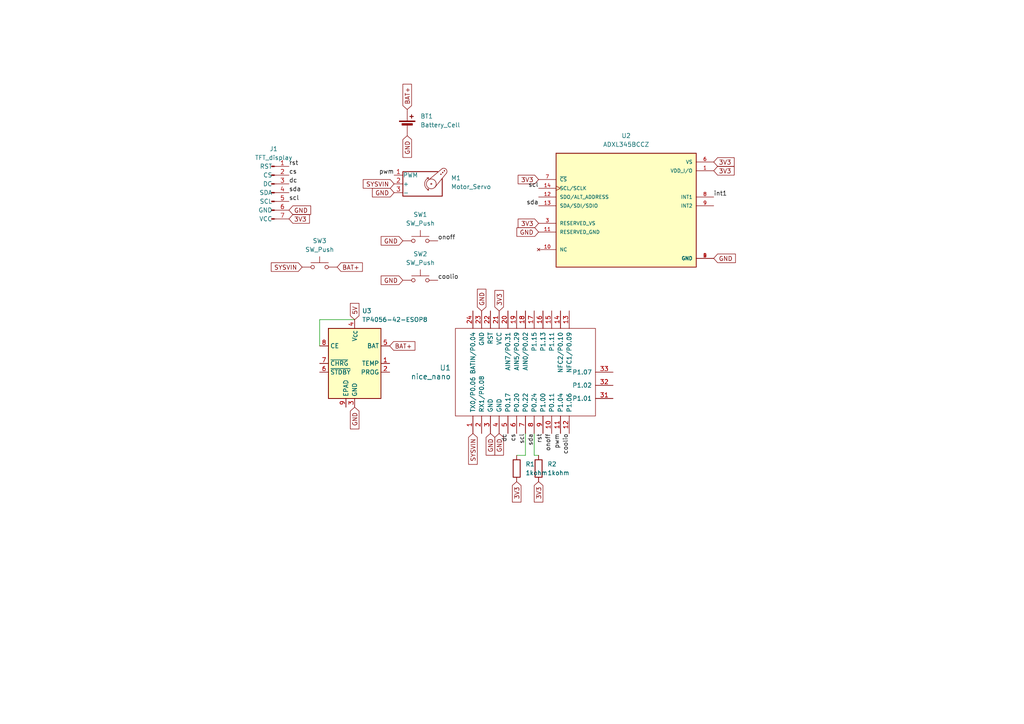
<source format=kicad_sch>
(kicad_sch
	(version 20250114)
	(generator "eeschema")
	(generator_version "9.0")
	(uuid "2f93b166-1359-4425-901d-195d5a9c53d9")
	(paper "A4")
	(lib_symbols
		(symbol "ADXL345BCCZ[1]:ADXL345BCCZ"
			(pin_names
				(offset 1.016)
			)
			(exclude_from_sim no)
			(in_bom yes)
			(on_board yes)
			(property "Reference" "U"
				(at -20.32 15.748 0)
				(effects
					(font
						(size 1.27 1.27)
					)
					(justify left bottom)
				)
			)
			(property "Value" "ADXL345BCCZ"
				(at -20.32 -20.32 0)
				(effects
					(font
						(size 1.27 1.27)
					)
					(justify left bottom)
				)
			)
			(property "Footprint" "ADXL345BCCZ:IC_ADXL345BCCZ"
				(at 0 0 0)
				(effects
					(font
						(size 1.27 1.27)
					)
					(justify bottom)
					(hide yes)
				)
			)
			(property "Datasheet" ""
				(at 0 0 0)
				(effects
					(font
						(size 1.27 1.27)
					)
					(hide yes)
				)
			)
			(property "Description" ""
				(at 0 0 0)
				(effects
					(font
						(size 1.27 1.27)
					)
					(hide yes)
				)
			)
			(property "MF" "Analog Devices"
				(at 0 0 0)
				(effects
					(font
						(size 1.27 1.27)
					)
					(justify bottom)
					(hide yes)
				)
			)
			(property "MAXIMUM_PACKAGE_HEIGHT" "1.00mm"
				(at 0 0 0)
				(effects
					(font
						(size 1.27 1.27)
					)
					(justify bottom)
					(hide yes)
				)
			)
			(property "Package" "LGA -14 Analog Devices"
				(at 0 0 0)
				(effects
					(font
						(size 1.27 1.27)
					)
					(justify bottom)
					(hide yes)
				)
			)
			(property "Price" "None"
				(at 0 0 0)
				(effects
					(font
						(size 1.27 1.27)
					)
					(justify bottom)
					(hide yes)
				)
			)
			(property "Check_prices" "https://www.snapeda.com/parts/ADXL345BCCZ/Analog+Devices/view-part/?ref=eda"
				(at 0 0 0)
				(effects
					(font
						(size 1.27 1.27)
					)
					(justify bottom)
					(hide yes)
				)
			)
			(property "STANDARD" "Manufacturer recommendations"
				(at 0 0 0)
				(effects
					(font
						(size 1.27 1.27)
					)
					(justify bottom)
					(hide yes)
				)
			)
			(property "PARTREV" "G"
				(at 0 0 0)
				(effects
					(font
						(size 1.27 1.27)
					)
					(justify bottom)
					(hide yes)
				)
			)
			(property "SnapEDA_Link" "https://www.snapeda.com/parts/ADXL345BCCZ/Analog+Devices/view-part/?ref=snap"
				(at 0 0 0)
				(effects
					(font
						(size 1.27 1.27)
					)
					(justify bottom)
					(hide yes)
				)
			)
			(property "MP" "ADXL345BCCZ"
				(at 0 0 0)
				(effects
					(font
						(size 1.27 1.27)
					)
					(justify bottom)
					(hide yes)
				)
			)
			(property "Description_1" "3-Axis, ±2 g/±4 g/±8 g/±16 g Digital Accelerometer"
				(at 0 0 0)
				(effects
					(font
						(size 1.27 1.27)
					)
					(justify bottom)
					(hide yes)
				)
			)
			(property "MANUFACTURER" "Analog Devices"
				(at 0 0 0)
				(effects
					(font
						(size 1.27 1.27)
					)
					(justify bottom)
					(hide yes)
				)
			)
			(property "Availability" "In Stock"
				(at 0 0 0)
				(effects
					(font
						(size 1.27 1.27)
					)
					(justify bottom)
					(hide yes)
				)
			)
			(property "SNAPEDA_PN" "ADXL345BCCZ"
				(at 0 0 0)
				(effects
					(font
						(size 1.27 1.27)
					)
					(justify bottom)
					(hide yes)
				)
			)
			(symbol "ADXL345BCCZ_0_0"
				(rectangle
					(start -20.32 -17.78)
					(end 20.32 15.24)
					(stroke
						(width 0.254)
						(type default)
					)
					(fill
						(type background)
					)
				)
				(pin input line
					(at -25.4 7.62 0)
					(length 5.08)
					(name "~{CS}"
						(effects
							(font
								(size 1.016 1.016)
							)
						)
					)
					(number "7"
						(effects
							(font
								(size 1.016 1.016)
							)
						)
					)
				)
				(pin input clock
					(at -25.4 5.08 0)
					(length 5.08)
					(name "SCL/SCLK"
						(effects
							(font
								(size 1.016 1.016)
							)
						)
					)
					(number "14"
						(effects
							(font
								(size 1.016 1.016)
							)
						)
					)
				)
				(pin bidirectional line
					(at -25.4 2.54 0)
					(length 5.08)
					(name "SDO/ALT_ADDRESS"
						(effects
							(font
								(size 1.016 1.016)
							)
						)
					)
					(number "12"
						(effects
							(font
								(size 1.016 1.016)
							)
						)
					)
				)
				(pin bidirectional line
					(at -25.4 0 0)
					(length 5.08)
					(name "SDA/SDI/SDIO"
						(effects
							(font
								(size 1.016 1.016)
							)
						)
					)
					(number "13"
						(effects
							(font
								(size 1.016 1.016)
							)
						)
					)
				)
				(pin passive line
					(at -25.4 -5.08 0)
					(length 5.08)
					(name "RESERVED_VS"
						(effects
							(font
								(size 1.016 1.016)
							)
						)
					)
					(number "3"
						(effects
							(font
								(size 1.016 1.016)
							)
						)
					)
				)
				(pin passive line
					(at -25.4 -7.62 0)
					(length 5.08)
					(name "RESERVED_GND"
						(effects
							(font
								(size 1.016 1.016)
							)
						)
					)
					(number "11"
						(effects
							(font
								(size 1.016 1.016)
							)
						)
					)
				)
				(pin no_connect line
					(at -25.4 -12.7 0)
					(length 5.08)
					(name "NC"
						(effects
							(font
								(size 1.016 1.016)
							)
						)
					)
					(number "10"
						(effects
							(font
								(size 1.016 1.016)
							)
						)
					)
				)
				(pin power_in line
					(at 25.4 12.7 180)
					(length 5.08)
					(name "VS"
						(effects
							(font
								(size 1.016 1.016)
							)
						)
					)
					(number "6"
						(effects
							(font
								(size 1.016 1.016)
							)
						)
					)
				)
				(pin power_in line
					(at 25.4 10.16 180)
					(length 5.08)
					(name "VDD_I/O"
						(effects
							(font
								(size 1.016 1.016)
							)
						)
					)
					(number "1"
						(effects
							(font
								(size 1.016 1.016)
							)
						)
					)
				)
				(pin output line
					(at 25.4 2.54 180)
					(length 5.08)
					(name "INT1"
						(effects
							(font
								(size 1.016 1.016)
							)
						)
					)
					(number "8"
						(effects
							(font
								(size 1.016 1.016)
							)
						)
					)
				)
				(pin output line
					(at 25.4 0 180)
					(length 5.08)
					(name "INT2"
						(effects
							(font
								(size 1.016 1.016)
							)
						)
					)
					(number "9"
						(effects
							(font
								(size 1.016 1.016)
							)
						)
					)
				)
				(pin power_in line
					(at 25.4 -15.24 180)
					(length 5.08)
					(name "GND"
						(effects
							(font
								(size 1.016 1.016)
							)
						)
					)
					(number "2"
						(effects
							(font
								(size 1.016 1.016)
							)
						)
					)
				)
				(pin power_in line
					(at 25.4 -15.24 180)
					(length 5.08)
					(name "GND"
						(effects
							(font
								(size 1.016 1.016)
							)
						)
					)
					(number "4"
						(effects
							(font
								(size 1.016 1.016)
							)
						)
					)
				)
				(pin power_in line
					(at 25.4 -15.24 180)
					(length 5.08)
					(name "GND"
						(effects
							(font
								(size 1.016 1.016)
							)
						)
					)
					(number "5"
						(effects
							(font
								(size 1.016 1.016)
							)
						)
					)
				)
			)
			(embedded_fonts no)
		)
		(symbol "Battery_Management:TP4056-42-ESOP8"
			(exclude_from_sim no)
			(in_bom yes)
			(on_board yes)
			(property "Reference" "U"
				(at -6.604 11.684 0)
				(effects
					(font
						(size 1.27 1.27)
					)
				)
			)
			(property "Value" "TP4056-42-ESOP8"
				(at 10.16 11.684 0)
				(effects
					(font
						(size 1.27 1.27)
					)
				)
			)
			(property "Footprint" "Package_SO:SOIC-8-1EP_3.9x4.9mm_P1.27mm_EP2.41x3.3mm_ThermalVias"
				(at 0.508 -22.86 0)
				(effects
					(font
						(size 1.27 1.27)
					)
					(hide yes)
				)
			)
			(property "Datasheet" "https://www.lcsc.com/datasheet/lcsc_datasheet_2410121619_TOPPOWER-Nanjing-Extension-Microelectronics-TP4056-42-ESOP8_C16581.pdf"
				(at 0 -25.4 0)
				(effects
					(font
						(size 1.27 1.27)
					)
					(hide yes)
				)
			)
			(property "Description" "1A Standalone Linear Li-ion/LiPo single-cell battery charger, 4.2V ±1% charge voltage, VCC = 4.0..8.0V, SOIC-8 (SOP-8)"
				(at 0.508 -20.32 0)
				(effects
					(font
						(size 1.27 1.27)
					)
					(hide yes)
				)
			)
			(property "ki_keywords" "lithium-ion lithium-polymer Li-Poly"
				(at 0 0 0)
				(effects
					(font
						(size 1.27 1.27)
					)
					(hide yes)
				)
			)
			(property "ki_fp_filters" "*SO*3.9x4.*P1.27mm*EP2.4*x3.3*mm*"
				(at 0 0 0)
				(effects
					(font
						(size 1.27 1.27)
					)
					(hide yes)
				)
			)
			(symbol "TP4056-42-ESOP8_1_0"
				(pin input line
					(at -10.16 5.08 0)
					(length 2.54)
					(name "CE"
						(effects
							(font
								(size 1.27 1.27)
							)
						)
					)
					(number "8"
						(effects
							(font
								(size 1.27 1.27)
							)
						)
					)
				)
				(pin open_collector line
					(at -10.16 0 0)
					(length 2.54)
					(name "~{CHRG}"
						(effects
							(font
								(size 1.27 1.27)
							)
						)
					)
					(number "7"
						(effects
							(font
								(size 1.27 1.27)
							)
						)
					)
				)
				(pin open_collector line
					(at -10.16 -2.54 0)
					(length 2.54)
					(name "~{STDBY}"
						(effects
							(font
								(size 1.27 1.27)
							)
						)
					)
					(number "6"
						(effects
							(font
								(size 1.27 1.27)
							)
						)
					)
				)
				(pin passive line
					(at -2.54 -12.7 90)
					(length 2.54)
					(name "EPAD"
						(effects
							(font
								(size 1.27 1.27)
							)
						)
					)
					(number "9"
						(effects
							(font
								(size 1.27 1.27)
							)
						)
					)
				)
				(pin power_in line
					(at 0 12.7 270)
					(length 2.54)
					(name "V_{CC}"
						(effects
							(font
								(size 1.27 1.27)
							)
						)
					)
					(number "4"
						(effects
							(font
								(size 1.27 1.27)
							)
						)
					)
				)
				(pin power_in line
					(at 0 -12.7 90)
					(length 2.54)
					(name "GND"
						(effects
							(font
								(size 1.27 1.27)
							)
						)
					)
					(number "3"
						(effects
							(font
								(size 1.27 1.27)
							)
						)
					)
				)
				(pin power_out line
					(at 10.16 5.08 180)
					(length 2.54)
					(name "BAT"
						(effects
							(font
								(size 1.27 1.27)
							)
						)
					)
					(number "5"
						(effects
							(font
								(size 1.27 1.27)
							)
						)
					)
				)
				(pin input line
					(at 10.16 0 180)
					(length 2.54)
					(name "TEMP"
						(effects
							(font
								(size 1.27 1.27)
							)
						)
					)
					(number "1"
						(effects
							(font
								(size 1.27 1.27)
							)
						)
					)
				)
				(pin passive line
					(at 10.16 -2.54 180)
					(length 2.54)
					(name "PROG"
						(effects
							(font
								(size 1.27 1.27)
							)
						)
					)
					(number "2"
						(effects
							(font
								(size 1.27 1.27)
							)
						)
					)
				)
			)
			(symbol "TP4056-42-ESOP8_1_1"
				(rectangle
					(start -7.62 10.16)
					(end 7.62 -10.16)
					(stroke
						(width 0.254)
						(type default)
					)
					(fill
						(type background)
					)
				)
			)
			(embedded_fonts no)
		)
		(symbol "Connector:Conn_01x07_Pin"
			(pin_names
				(offset 1.016)
			)
			(exclude_from_sim no)
			(in_bom yes)
			(on_board yes)
			(property "Reference" "J1"
				(at 0.635 12.7 0)
				(effects
					(font
						(size 1.27 1.27)
					)
				)
			)
			(property "Value" "TFT_display"
				(at 0.635 10.16 0)
				(effects
					(font
						(size 1.27 1.27)
					)
				)
			)
			(property "Footprint" ""
				(at 0 0 0)
				(effects
					(font
						(size 1.27 1.27)
					)
					(hide yes)
				)
			)
			(property "Datasheet" "~"
				(at 0 0 0)
				(effects
					(font
						(size 1.27 1.27)
					)
					(hide yes)
				)
			)
			(property "Description" "Generic connector, single row, 01x07, script generated"
				(at 0 0 0)
				(effects
					(font
						(size 1.27 1.27)
					)
					(hide yes)
				)
			)
			(property "ki_keywords" "connector"
				(at 0 0 0)
				(effects
					(font
						(size 1.27 1.27)
					)
					(hide yes)
				)
			)
			(property "ki_fp_filters" "Connector*:*_1x??_*"
				(at 0 0 0)
				(effects
					(font
						(size 1.27 1.27)
					)
					(hide yes)
				)
			)
			(symbol "Conn_01x07_Pin_1_1"
				(rectangle
					(start 0 7.747)
					(end 0.8636 7.493)
					(stroke
						(width 0.1524)
						(type default)
					)
					(fill
						(type outline)
					)
				)
				(rectangle
					(start 0 5.207)
					(end 0.8636 4.953)
					(stroke
						(width 0.1524)
						(type default)
					)
					(fill
						(type outline)
					)
				)
				(rectangle
					(start 0.8636 2.667)
					(end 0 2.413)
					(stroke
						(width 0.1524)
						(type default)
					)
					(fill
						(type outline)
					)
				)
				(rectangle
					(start 0.8636 0.127)
					(end 0 -0.127)
					(stroke
						(width 0.1524)
						(type default)
					)
					(fill
						(type outline)
					)
				)
				(rectangle
					(start 0.8636 -2.413)
					(end 0 -2.667)
					(stroke
						(width 0.1524)
						(type default)
					)
					(fill
						(type outline)
					)
				)
				(rectangle
					(start 0.8636 -4.953)
					(end 0 -5.207)
					(stroke
						(width 0.1524)
						(type default)
					)
					(fill
						(type outline)
					)
				)
				(rectangle
					(start 0.8636 -7.493)
					(end 0 -7.747)
					(stroke
						(width 0.1524)
						(type default)
					)
					(fill
						(type outline)
					)
				)
				(polyline
					(pts
						(xy 1.27 7.62) (xy 0.8636 7.62)
					)
					(stroke
						(width 0.1524)
						(type default)
					)
					(fill
						(type none)
					)
				)
				(polyline
					(pts
						(xy 1.27 5.08) (xy 0.8636 5.08)
					)
					(stroke
						(width 0.1524)
						(type default)
					)
					(fill
						(type none)
					)
				)
				(polyline
					(pts
						(xy 1.27 2.54) (xy 0.8636 2.54)
					)
					(stroke
						(width 0.1524)
						(type default)
					)
					(fill
						(type none)
					)
				)
				(polyline
					(pts
						(xy 1.27 0) (xy 0.8636 0)
					)
					(stroke
						(width 0.1524)
						(type default)
					)
					(fill
						(type none)
					)
				)
				(polyline
					(pts
						(xy 1.27 -2.54) (xy 0.8636 -2.54)
					)
					(stroke
						(width 0.1524)
						(type default)
					)
					(fill
						(type none)
					)
				)
				(polyline
					(pts
						(xy 1.27 -5.08) (xy 0.8636 -5.08)
					)
					(stroke
						(width 0.1524)
						(type default)
					)
					(fill
						(type none)
					)
				)
				(polyline
					(pts
						(xy 1.27 -7.62) (xy 0.8636 -7.62)
					)
					(stroke
						(width 0.1524)
						(type default)
					)
					(fill
						(type none)
					)
				)
				(pin passive line
					(at 5.08 7.62 180)
					(length 3.81)
					(name "RST"
						(effects
							(font
								(size 1.27 1.27)
							)
						)
					)
					(number "1"
						(effects
							(font
								(size 1.27 1.27)
							)
						)
					)
				)
				(pin passive line
					(at 5.08 5.08 180)
					(length 3.81)
					(name "CS"
						(effects
							(font
								(size 1.27 1.27)
							)
						)
					)
					(number "2"
						(effects
							(font
								(size 1.27 1.27)
							)
						)
					)
				)
				(pin passive line
					(at 5.08 2.54 180)
					(length 3.81)
					(name "DC"
						(effects
							(font
								(size 1.27 1.27)
							)
						)
					)
					(number "3"
						(effects
							(font
								(size 1.27 1.27)
							)
						)
					)
				)
				(pin passive line
					(at 5.08 0 180)
					(length 3.81)
					(name "SDA"
						(effects
							(font
								(size 1.27 1.27)
							)
						)
					)
					(number "4"
						(effects
							(font
								(size 1.27 1.27)
							)
						)
					)
				)
				(pin passive line
					(at 5.08 -2.54 180)
					(length 3.81)
					(name "SCL"
						(effects
							(font
								(size 1.27 1.27)
							)
						)
					)
					(number "5"
						(effects
							(font
								(size 1.27 1.27)
							)
						)
					)
				)
				(pin passive line
					(at 5.08 -5.08 180)
					(length 3.81)
					(name "GND"
						(effects
							(font
								(size 1.27 1.27)
							)
						)
					)
					(number "6"
						(effects
							(font
								(size 1.27 1.27)
							)
						)
					)
				)
				(pin passive line
					(at 5.08 -7.62 180)
					(length 3.81)
					(name "VCC"
						(effects
							(font
								(size 1.27 1.27)
							)
						)
					)
					(number "7"
						(effects
							(font
								(size 1.27 1.27)
							)
						)
					)
				)
			)
			(embedded_fonts no)
		)
		(symbol "Device:Battery_Cell"
			(pin_numbers
				(hide yes)
			)
			(pin_names
				(offset 0)
				(hide yes)
			)
			(exclude_from_sim no)
			(in_bom yes)
			(on_board yes)
			(property "Reference" "BT"
				(at 2.54 2.54 0)
				(effects
					(font
						(size 1.27 1.27)
					)
					(justify left)
				)
			)
			(property "Value" "Battery_Cell"
				(at 2.54 0 0)
				(effects
					(font
						(size 1.27 1.27)
					)
					(justify left)
				)
			)
			(property "Footprint" ""
				(at 0 1.524 90)
				(effects
					(font
						(size 1.27 1.27)
					)
					(hide yes)
				)
			)
			(property "Datasheet" "~"
				(at 0 1.524 90)
				(effects
					(font
						(size 1.27 1.27)
					)
					(hide yes)
				)
			)
			(property "Description" "Single-cell battery"
				(at 0 0 0)
				(effects
					(font
						(size 1.27 1.27)
					)
					(hide yes)
				)
			)
			(property "ki_keywords" "battery cell"
				(at 0 0 0)
				(effects
					(font
						(size 1.27 1.27)
					)
					(hide yes)
				)
			)
			(symbol "Battery_Cell_0_1"
				(rectangle
					(start -2.286 1.778)
					(end 2.286 1.524)
					(stroke
						(width 0)
						(type default)
					)
					(fill
						(type outline)
					)
				)
				(rectangle
					(start -1.524 1.016)
					(end 1.524 0.508)
					(stroke
						(width 0)
						(type default)
					)
					(fill
						(type outline)
					)
				)
				(polyline
					(pts
						(xy 0 1.778) (xy 0 2.54)
					)
					(stroke
						(width 0)
						(type default)
					)
					(fill
						(type none)
					)
				)
				(polyline
					(pts
						(xy 0 0.762) (xy 0 0)
					)
					(stroke
						(width 0)
						(type default)
					)
					(fill
						(type none)
					)
				)
				(polyline
					(pts
						(xy 0.762 3.048) (xy 1.778 3.048)
					)
					(stroke
						(width 0.254)
						(type default)
					)
					(fill
						(type none)
					)
				)
				(polyline
					(pts
						(xy 1.27 3.556) (xy 1.27 2.54)
					)
					(stroke
						(width 0.254)
						(type default)
					)
					(fill
						(type none)
					)
				)
			)
			(symbol "Battery_Cell_1_1"
				(pin passive line
					(at 0 5.08 270)
					(length 2.54)
					(name "+"
						(effects
							(font
								(size 1.27 1.27)
							)
						)
					)
					(number "1"
						(effects
							(font
								(size 1.27 1.27)
							)
						)
					)
				)
				(pin passive line
					(at 0 -2.54 90)
					(length 2.54)
					(name "-"
						(effects
							(font
								(size 1.27 1.27)
							)
						)
					)
					(number "2"
						(effects
							(font
								(size 1.27 1.27)
							)
						)
					)
				)
			)
			(embedded_fonts no)
		)
		(symbol "Device:R"
			(pin_numbers
				(hide yes)
			)
			(pin_names
				(offset 0)
			)
			(exclude_from_sim no)
			(in_bom yes)
			(on_board yes)
			(property "Reference" "R"
				(at 2.032 0 90)
				(effects
					(font
						(size 1.27 1.27)
					)
				)
			)
			(property "Value" "R"
				(at 0 0 90)
				(effects
					(font
						(size 1.27 1.27)
					)
				)
			)
			(property "Footprint" ""
				(at -1.778 0 90)
				(effects
					(font
						(size 1.27 1.27)
					)
					(hide yes)
				)
			)
			(property "Datasheet" "~"
				(at 0 0 0)
				(effects
					(font
						(size 1.27 1.27)
					)
					(hide yes)
				)
			)
			(property "Description" "Resistor"
				(at 0 0 0)
				(effects
					(font
						(size 1.27 1.27)
					)
					(hide yes)
				)
			)
			(property "ki_keywords" "R res resistor"
				(at 0 0 0)
				(effects
					(font
						(size 1.27 1.27)
					)
					(hide yes)
				)
			)
			(property "ki_fp_filters" "R_*"
				(at 0 0 0)
				(effects
					(font
						(size 1.27 1.27)
					)
					(hide yes)
				)
			)
			(symbol "R_0_1"
				(rectangle
					(start -1.016 -2.54)
					(end 1.016 2.54)
					(stroke
						(width 0.254)
						(type default)
					)
					(fill
						(type none)
					)
				)
			)
			(symbol "R_1_1"
				(pin passive line
					(at 0 3.81 270)
					(length 1.27)
					(name "~"
						(effects
							(font
								(size 1.27 1.27)
							)
						)
					)
					(number "1"
						(effects
							(font
								(size 1.27 1.27)
							)
						)
					)
				)
				(pin passive line
					(at 0 -3.81 90)
					(length 1.27)
					(name "~"
						(effects
							(font
								(size 1.27 1.27)
							)
						)
					)
					(number "2"
						(effects
							(font
								(size 1.27 1.27)
							)
						)
					)
				)
			)
			(embedded_fonts no)
		)
		(symbol "Motor:Motor_Servo"
			(pin_names
				(offset 0.0254)
			)
			(exclude_from_sim no)
			(in_bom yes)
			(on_board yes)
			(property "Reference" "M"
				(at -5.08 4.445 0)
				(effects
					(font
						(size 1.27 1.27)
					)
					(justify left)
				)
			)
			(property "Value" "Motor_Servo"
				(at -5.08 -4.064 0)
				(effects
					(font
						(size 1.27 1.27)
					)
					(justify left top)
				)
			)
			(property "Footprint" ""
				(at 0 -4.826 0)
				(effects
					(font
						(size 1.27 1.27)
					)
					(hide yes)
				)
			)
			(property "Datasheet" "http://forums.parallax.com/uploads/attachments/46831/74481.png"
				(at 0 -4.826 0)
				(effects
					(font
						(size 1.27 1.27)
					)
					(hide yes)
				)
			)
			(property "Description" "Servo Motor (Futaba, HiTec, JR connector)"
				(at 0 0 0)
				(effects
					(font
						(size 1.27 1.27)
					)
					(hide yes)
				)
			)
			(property "ki_keywords" "Servo Motor"
				(at 0 0 0)
				(effects
					(font
						(size 1.27 1.27)
					)
					(hide yes)
				)
			)
			(property "ki_fp_filters" "PinHeader*P2.54mm*"
				(at 0 0 0)
				(effects
					(font
						(size 1.27 1.27)
					)
					(hide yes)
				)
			)
			(symbol "Motor_Servo_0_1"
				(polyline
					(pts
						(xy 2.413 1.778) (xy 1.905 1.778)
					)
					(stroke
						(width 0)
						(type default)
					)
					(fill
						(type none)
					)
				)
				(polyline
					(pts
						(xy 2.413 1.778) (xy 2.286 1.397)
					)
					(stroke
						(width 0)
						(type default)
					)
					(fill
						(type none)
					)
				)
				(polyline
					(pts
						(xy 2.413 -1.778) (xy 2.032 -1.778)
					)
					(stroke
						(width 0)
						(type default)
					)
					(fill
						(type none)
					)
				)
				(polyline
					(pts
						(xy 2.413 -1.778) (xy 2.286 -1.397)
					)
					(stroke
						(width 0)
						(type default)
					)
					(fill
						(type none)
					)
				)
				(arc
					(start 2.413 -1.778)
					(mid 1.2406 0)
					(end 2.413 1.778)
					(stroke
						(width 0)
						(type default)
					)
					(fill
						(type none)
					)
				)
				(circle
					(center 3.175 0)
					(radius 0.1778)
					(stroke
						(width 0)
						(type default)
					)
					(fill
						(type none)
					)
				)
				(circle
					(center 3.175 0)
					(radius 1.4224)
					(stroke
						(width 0)
						(type default)
					)
					(fill
						(type none)
					)
				)
				(polyline
					(pts
						(xy 5.08 3.556) (xy -5.08 3.556) (xy -5.08 -3.556) (xy 6.35 -3.556) (xy 6.35 1.524)
					)
					(stroke
						(width 0.254)
						(type default)
					)
					(fill
						(type none)
					)
				)
				(circle
					(center 5.969 2.794)
					(radius 0.127)
					(stroke
						(width 0)
						(type default)
					)
					(fill
						(type none)
					)
				)
				(polyline
					(pts
						(xy 6.35 4.445) (xy 2.54 1.27)
					)
					(stroke
						(width 0)
						(type default)
					)
					(fill
						(type none)
					)
				)
				(circle
					(center 6.477 3.302)
					(radius 0.127)
					(stroke
						(width 0)
						(type default)
					)
					(fill
						(type none)
					)
				)
				(arc
					(start 6.35 4.445)
					(mid 7.4487 4.2737)
					(end 7.62 3.175)
					(stroke
						(width 0)
						(type default)
					)
					(fill
						(type none)
					)
				)
				(circle
					(center 6.985 3.81)
					(radius 0.127)
					(stroke
						(width 0)
						(type default)
					)
					(fill
						(type none)
					)
				)
				(polyline
					(pts
						(xy 7.62 3.175) (xy 4.191 -1.016)
					)
					(stroke
						(width 0)
						(type default)
					)
					(fill
						(type none)
					)
				)
			)
			(symbol "Motor_Servo_1_1"
				(pin passive line
					(at -7.62 2.54 0)
					(length 2.54)
					(name "PWM"
						(effects
							(font
								(size 1.27 1.27)
							)
						)
					)
					(number "1"
						(effects
							(font
								(size 1.27 1.27)
							)
						)
					)
				)
				(pin passive line
					(at -7.62 0 0)
					(length 2.54)
					(name "+"
						(effects
							(font
								(size 1.27 1.27)
							)
						)
					)
					(number "2"
						(effects
							(font
								(size 1.27 1.27)
							)
						)
					)
				)
				(pin passive line
					(at -7.62 -2.54 0)
					(length 2.54)
					(name "-"
						(effects
							(font
								(size 1.27 1.27)
							)
						)
					)
					(number "3"
						(effects
							(font
								(size 1.27 1.27)
							)
						)
					)
				)
			)
			(embedded_fonts no)
		)
		(symbol "Switch:SW_Push"
			(pin_numbers
				(hide yes)
			)
			(pin_names
				(offset 1.016)
				(hide yes)
			)
			(exclude_from_sim no)
			(in_bom yes)
			(on_board yes)
			(property "Reference" "SW"
				(at 1.27 2.54 0)
				(effects
					(font
						(size 1.27 1.27)
					)
					(justify left)
				)
			)
			(property "Value" "SW_Push"
				(at 0 -1.524 0)
				(effects
					(font
						(size 1.27 1.27)
					)
				)
			)
			(property "Footprint" ""
				(at 0 5.08 0)
				(effects
					(font
						(size 1.27 1.27)
					)
					(hide yes)
				)
			)
			(property "Datasheet" "~"
				(at 0 5.08 0)
				(effects
					(font
						(size 1.27 1.27)
					)
					(hide yes)
				)
			)
			(property "Description" "Push button switch, generic, two pins"
				(at 0 0 0)
				(effects
					(font
						(size 1.27 1.27)
					)
					(hide yes)
				)
			)
			(property "ki_keywords" "switch normally-open pushbutton push-button"
				(at 0 0 0)
				(effects
					(font
						(size 1.27 1.27)
					)
					(hide yes)
				)
			)
			(symbol "SW_Push_0_1"
				(circle
					(center -2.032 0)
					(radius 0.508)
					(stroke
						(width 0)
						(type default)
					)
					(fill
						(type none)
					)
				)
				(polyline
					(pts
						(xy 0 1.27) (xy 0 3.048)
					)
					(stroke
						(width 0)
						(type default)
					)
					(fill
						(type none)
					)
				)
				(circle
					(center 2.032 0)
					(radius 0.508)
					(stroke
						(width 0)
						(type default)
					)
					(fill
						(type none)
					)
				)
				(polyline
					(pts
						(xy 2.54 1.27) (xy -2.54 1.27)
					)
					(stroke
						(width 0)
						(type default)
					)
					(fill
						(type none)
					)
				)
				(pin passive line
					(at -5.08 0 0)
					(length 2.54)
					(name "1"
						(effects
							(font
								(size 1.27 1.27)
							)
						)
					)
					(number "1"
						(effects
							(font
								(size 1.27 1.27)
							)
						)
					)
				)
				(pin passive line
					(at 5.08 0 180)
					(length 2.54)
					(name "2"
						(effects
							(font
								(size 1.27 1.27)
							)
						)
					)
					(number "2"
						(effects
							(font
								(size 1.27 1.27)
							)
						)
					)
				)
			)
			(embedded_fonts no)
		)
		(symbol "nice_nano:nice_nano"
			(pin_names
				(offset 1.016)
			)
			(exclude_from_sim no)
			(in_bom yes)
			(on_board yes)
			(property "Reference" "U"
				(at 0 0 0)
				(effects
					(font
						(size 1.524 1.524)
					)
				)
			)
			(property "Value" "nice_nano"
				(at 0 2.54 0)
				(effects
					(font
						(size 1.524 1.524)
					)
				)
			)
			(property "Footprint" ""
				(at 26.67 -63.5 90)
				(effects
					(font
						(size 1.524 1.524)
					)
					(hide yes)
				)
			)
			(property "Datasheet" ""
				(at 26.67 -63.5 90)
				(effects
					(font
						(size 1.524 1.524)
					)
					(hide yes)
				)
			)
			(property "Description" ""
				(at 0 0 0)
				(effects
					(font
						(size 1.27 1.27)
					)
					(hide yes)
				)
			)
			(symbol "nice_nano_0_1"
				(rectangle
					(start -12.7 -21.59)
					(end 12.7 19.05)
					(stroke
						(width 0)
						(type solid)
					)
					(fill
						(type none)
					)
				)
			)
			(symbol "nice_nano_1_1"
				(pin input line
					(at -17.78 13.97 0)
					(length 5.08)
					(name "TX0/P0.06"
						(effects
							(font
								(size 1.27 1.27)
							)
						)
					)
					(number "1"
						(effects
							(font
								(size 1.27 1.27)
							)
						)
					)
				)
				(pin input line
					(at -17.78 11.43 0)
					(length 5.08)
					(name "RX1/P0.08"
						(effects
							(font
								(size 1.27 1.27)
							)
						)
					)
					(number "2"
						(effects
							(font
								(size 1.27 1.27)
							)
						)
					)
				)
				(pin input line
					(at -17.78 8.89 0)
					(length 5.08)
					(name "GND"
						(effects
							(font
								(size 1.27 1.27)
							)
						)
					)
					(number "3"
						(effects
							(font
								(size 1.27 1.27)
							)
						)
					)
				)
				(pin input line
					(at -17.78 6.35 0)
					(length 5.08)
					(name "GND"
						(effects
							(font
								(size 1.27 1.27)
							)
						)
					)
					(number "4"
						(effects
							(font
								(size 1.27 1.27)
							)
						)
					)
				)
				(pin input line
					(at -17.78 3.81 0)
					(length 5.08)
					(name "P0.17"
						(effects
							(font
								(size 1.27 1.27)
							)
						)
					)
					(number "5"
						(effects
							(font
								(size 1.27 1.27)
							)
						)
					)
				)
				(pin input line
					(at -17.78 1.27 0)
					(length 5.08)
					(name "P0.20"
						(effects
							(font
								(size 1.27 1.27)
							)
						)
					)
					(number "6"
						(effects
							(font
								(size 1.27 1.27)
							)
						)
					)
				)
				(pin input line
					(at -17.78 -1.27 0)
					(length 5.08)
					(name "P0.22"
						(effects
							(font
								(size 1.27 1.27)
							)
						)
					)
					(number "7"
						(effects
							(font
								(size 1.27 1.27)
							)
						)
					)
				)
				(pin input line
					(at -17.78 -3.81 0)
					(length 5.08)
					(name "P0.24"
						(effects
							(font
								(size 1.27 1.27)
							)
						)
					)
					(number "8"
						(effects
							(font
								(size 1.27 1.27)
							)
						)
					)
				)
				(pin input line
					(at -17.78 -6.35 0)
					(length 5.08)
					(name "P1.00"
						(effects
							(font
								(size 1.27 1.27)
							)
						)
					)
					(number "9"
						(effects
							(font
								(size 1.27 1.27)
							)
						)
					)
				)
				(pin input line
					(at -17.78 -8.89 0)
					(length 5.08)
					(name "P0.11"
						(effects
							(font
								(size 1.27 1.27)
							)
						)
					)
					(number "10"
						(effects
							(font
								(size 1.27 1.27)
							)
						)
					)
				)
				(pin input line
					(at -17.78 -11.43 0)
					(length 5.08)
					(name "P1.04"
						(effects
							(font
								(size 1.27 1.27)
							)
						)
					)
					(number "11"
						(effects
							(font
								(size 1.27 1.27)
							)
						)
					)
				)
				(pin input line
					(at -17.78 -13.97 0)
					(length 5.08)
					(name "P1.06"
						(effects
							(font
								(size 1.27 1.27)
							)
						)
					)
					(number "12"
						(effects
							(font
								(size 1.27 1.27)
							)
						)
					)
				)
				(pin input line
					(at -7.62 -26.67 90)
					(length 5.08)
					(name "P1.01"
						(effects
							(font
								(size 1.27 1.27)
							)
						)
					)
					(number "31"
						(effects
							(font
								(size 1.27 1.27)
							)
						)
					)
				)
				(pin input line
					(at -3.81 -26.67 90)
					(length 5.08)
					(name "P1.02"
						(effects
							(font
								(size 1.27 1.27)
							)
						)
					)
					(number "32"
						(effects
							(font
								(size 1.27 1.27)
							)
						)
					)
				)
				(pin input line
					(at 0 -26.67 90)
					(length 5.08)
					(name "P1.07"
						(effects
							(font
								(size 1.27 1.27)
							)
						)
					)
					(number "33"
						(effects
							(font
								(size 1.27 1.27)
							)
						)
					)
				)
				(pin input line
					(at 17.78 13.97 180)
					(length 5.08)
					(name "BATIN/P0.04"
						(effects
							(font
								(size 1.27 1.27)
							)
						)
					)
					(number "24"
						(effects
							(font
								(size 1.27 1.27)
							)
						)
					)
				)
				(pin input line
					(at 17.78 11.43 180)
					(length 5.08)
					(name "GND"
						(effects
							(font
								(size 1.27 1.27)
							)
						)
					)
					(number "23"
						(effects
							(font
								(size 1.27 1.27)
							)
						)
					)
				)
				(pin input line
					(at 17.78 8.89 180)
					(length 5.08)
					(name "RST"
						(effects
							(font
								(size 1.27 1.27)
							)
						)
					)
					(number "22"
						(effects
							(font
								(size 1.27 1.27)
							)
						)
					)
				)
				(pin input line
					(at 17.78 6.35 180)
					(length 5.08)
					(name "VCC"
						(effects
							(font
								(size 1.27 1.27)
							)
						)
					)
					(number "21"
						(effects
							(font
								(size 1.27 1.27)
							)
						)
					)
				)
				(pin input line
					(at 17.78 3.81 180)
					(length 5.08)
					(name "AIN7/P0.31"
						(effects
							(font
								(size 1.27 1.27)
							)
						)
					)
					(number "20"
						(effects
							(font
								(size 1.27 1.27)
							)
						)
					)
				)
				(pin input line
					(at 17.78 1.27 180)
					(length 5.08)
					(name "AIN5/P0.29"
						(effects
							(font
								(size 1.27 1.27)
							)
						)
					)
					(number "19"
						(effects
							(font
								(size 1.27 1.27)
							)
						)
					)
				)
				(pin input line
					(at 17.78 -1.27 180)
					(length 5.08)
					(name "AIN0/P0.02"
						(effects
							(font
								(size 1.27 1.27)
							)
						)
					)
					(number "18"
						(effects
							(font
								(size 1.27 1.27)
							)
						)
					)
				)
				(pin input line
					(at 17.78 -3.81 180)
					(length 5.08)
					(name "P1.15"
						(effects
							(font
								(size 1.27 1.27)
							)
						)
					)
					(number "17"
						(effects
							(font
								(size 1.27 1.27)
							)
						)
					)
				)
				(pin input line
					(at 17.78 -6.35 180)
					(length 5.08)
					(name "P1.13"
						(effects
							(font
								(size 1.27 1.27)
							)
						)
					)
					(number "16"
						(effects
							(font
								(size 1.27 1.27)
							)
						)
					)
				)
				(pin input line
					(at 17.78 -8.89 180)
					(length 5.08)
					(name "P1.11"
						(effects
							(font
								(size 1.27 1.27)
							)
						)
					)
					(number "15"
						(effects
							(font
								(size 1.27 1.27)
							)
						)
					)
				)
				(pin input line
					(at 17.78 -11.43 180)
					(length 5.08)
					(name "NFC2/P0.10"
						(effects
							(font
								(size 1.27 1.27)
							)
						)
					)
					(number "14"
						(effects
							(font
								(size 1.27 1.27)
							)
						)
					)
				)
				(pin input line
					(at 17.78 -13.97 180)
					(length 5.08)
					(name "NFC1/P0.09"
						(effects
							(font
								(size 1.27 1.27)
							)
						)
					)
					(number "13"
						(effects
							(font
								(size 1.27 1.27)
							)
						)
					)
				)
			)
			(embedded_fonts no)
		)
	)
	(wire
		(pts
			(xy 92.71 92.71) (xy 92.71 100.33)
		)
		(stroke
			(width 0)
			(type default)
		)
		(uuid "76658821-3f84-44ef-88d8-a053f97f5459")
	)
	(wire
		(pts
			(xy 102.87 92.71) (xy 92.71 92.71)
		)
		(stroke
			(width 0)
			(type default)
		)
		(uuid "79715990-4c22-40f6-8e0b-90c2ca9a7b8b")
	)
	(wire
		(pts
			(xy 152.4 132.08) (xy 149.86 132.08)
		)
		(stroke
			(width 0)
			(type default)
		)
		(uuid "8ae61955-dae3-4498-96e3-1523a2256ace")
	)
	(wire
		(pts
			(xy 152.4 125.73) (xy 152.4 132.08)
		)
		(stroke
			(width 0)
			(type default)
		)
		(uuid "aaea545c-f38c-4884-a50f-235b92fd8915")
	)
	(wire
		(pts
			(xy 154.94 125.73) (xy 154.94 132.08)
		)
		(stroke
			(width 0)
			(type default)
		)
		(uuid "ad16e7a1-3a65-4d54-8787-7f201edb1310")
	)
	(wire
		(pts
			(xy 154.94 132.08) (xy 156.21 132.08)
		)
		(stroke
			(width 0)
			(type default)
		)
		(uuid "c6467411-3e63-473c-8a91-33e8f44f4d90")
	)
	(label "rst"
		(at 157.48 125.73 270)
		(effects
			(font
				(size 1.27 1.27)
			)
			(justify right bottom)
		)
		(uuid "0eddd140-1c7f-479f-bb42-f08108362ea0")
	)
	(label "cs"
		(at 149.86 125.73 270)
		(effects
			(font
				(size 1.27 1.27)
			)
			(justify right bottom)
		)
		(uuid "110a95aa-a140-4549-ab46-853f984bff14")
	)
	(label "sda"
		(at 154.94 125.73 270)
		(effects
			(font
				(size 1.27 1.27)
			)
			(justify right bottom)
		)
		(uuid "2144ef59-86d2-4175-8d44-f8fff044f1fe")
	)
	(label "int1"
		(at 207.01 57.15 0)
		(effects
			(font
				(size 1.27 1.27)
			)
			(justify left bottom)
		)
		(uuid "27bfa78c-7514-49d4-ae6b-a9ede65a0c4d")
	)
	(label "dc"
		(at 147.32 125.73 270)
		(effects
			(font
				(size 1.27 1.27)
			)
			(justify right bottom)
		)
		(uuid "45a8b20d-4971-4640-9d37-395a09840d56")
	)
	(label "sda"
		(at 83.82 55.88 0)
		(effects
			(font
				(size 1.27 1.27)
			)
			(justify left bottom)
		)
		(uuid "486b3f64-d09c-4d78-bdc2-696a26b24417")
	)
	(label "onoff"
		(at 160.02 125.73 270)
		(effects
			(font
				(size 1.27 1.27)
			)
			(justify right bottom)
		)
		(uuid "491b11eb-283f-443c-9a85-17c3e5fd02de")
	)
	(label "onoff"
		(at 127 69.85 0)
		(effects
			(font
				(size 1.27 1.27)
			)
			(justify left bottom)
		)
		(uuid "5d969fbb-0589-486c-9834-939f814df559")
	)
	(label "dc"
		(at 83.82 53.34 0)
		(effects
			(font
				(size 1.27 1.27)
			)
			(justify left bottom)
		)
		(uuid "5dd9539f-156f-47e8-9b2d-9f6b718729ba")
	)
	(label "pwm"
		(at 162.56 125.73 270)
		(effects
			(font
				(size 1.27 1.27)
			)
			(justify right bottom)
		)
		(uuid "77a924e6-57c2-4db7-93ce-7a8c3356d08c")
	)
	(label "pwm"
		(at 114.3 50.8 180)
		(effects
			(font
				(size 1.27 1.27)
			)
			(justify right bottom)
		)
		(uuid "80140612-b442-45e3-944b-2bd647d6a45e")
	)
	(label "scl"
		(at 83.82 58.42 0)
		(effects
			(font
				(size 1.27 1.27)
			)
			(justify left bottom)
		)
		(uuid "82a5142c-e939-43e9-9737-cb61cba470a6")
	)
	(label "coolio"
		(at 127 81.28 0)
		(effects
			(font
				(size 1.27 1.27)
			)
			(justify left bottom)
		)
		(uuid "8490ebd9-eed0-4dcf-a91c-63ae9c52f5e6")
	)
	(label "coolio"
		(at 165.1 125.73 270)
		(effects
			(font
				(size 1.27 1.27)
			)
			(justify right bottom)
		)
		(uuid "91c16bae-6ee2-47c6-a968-031614402b69")
	)
	(label "rst"
		(at 83.82 48.26 0)
		(effects
			(font
				(size 1.27 1.27)
			)
			(justify left bottom)
		)
		(uuid "c9ff0563-150f-408b-b926-908f32841eaa")
	)
	(label "scl"
		(at 156.21 54.61 180)
		(effects
			(font
				(size 1.27 1.27)
			)
			(justify right bottom)
		)
		(uuid "d814ce3f-9c57-41d3-95d8-f569a7fc7ff2")
	)
	(label "sda"
		(at 156.21 59.69 180)
		(effects
			(font
				(size 1.27 1.27)
			)
			(justify right bottom)
		)
		(uuid "d8f8abc3-1e9e-4ab1-a20f-a8823d27299b")
	)
	(label "cs"
		(at 83.82 50.8 0)
		(effects
			(font
				(size 1.27 1.27)
			)
			(justify left bottom)
		)
		(uuid "dacd3d0c-4873-4b2b-8b2b-11fa4b32ff49")
	)
	(label "scl"
		(at 152.4 125.73 270)
		(effects
			(font
				(size 1.27 1.27)
			)
			(justify right bottom)
		)
		(uuid "f9b67dd3-89c9-44cc-a0a0-6b4ed6aee00e")
	)
	(global_label "5V"
		(shape input)
		(at 102.87 92.71 90)
		(fields_autoplaced yes)
		(effects
			(font
				(size 1.27 1.27)
			)
			(justify left)
		)
		(uuid "10c39ced-c2e1-4c07-8653-8db6a64c9c0e")
		(property "Intersheetrefs" "${INTERSHEET_REFS}"
			(at 102.87 87.4267 90)
			(effects
				(font
					(size 1.27 1.27)
				)
				(justify left)
				(hide yes)
			)
		)
	)
	(global_label "GND"
		(shape input)
		(at 142.24 125.73 270)
		(fields_autoplaced yes)
		(effects
			(font
				(size 1.27 1.27)
			)
			(justify right)
		)
		(uuid "190c1d58-c494-48c6-8591-99d200ae70ec")
		(property "Intersheetrefs" "${INTERSHEET_REFS}"
			(at 142.24 132.5857 90)
			(effects
				(font
					(size 1.27 1.27)
				)
				(justify right)
				(hide yes)
			)
		)
	)
	(global_label "GND"
		(shape input)
		(at 116.84 69.85 180)
		(fields_autoplaced yes)
		(effects
			(font
				(size 1.27 1.27)
			)
			(justify right)
		)
		(uuid "1bee5bd7-a48c-4e4f-81ef-11d4d3b78e7c")
		(property "Intersheetrefs" "${INTERSHEET_REFS}"
			(at 109.9843 69.85 0)
			(effects
				(font
					(size 1.27 1.27)
				)
				(justify right)
				(hide yes)
			)
		)
	)
	(global_label "GND"
		(shape input)
		(at 114.3 55.88 180)
		(fields_autoplaced yes)
		(effects
			(font
				(size 1.27 1.27)
			)
			(justify right)
		)
		(uuid "209f38a0-4ed4-43a3-88f8-2b68bd136060")
		(property "Intersheetrefs" "${INTERSHEET_REFS}"
			(at 107.4443 55.88 0)
			(effects
				(font
					(size 1.27 1.27)
				)
				(justify right)
				(hide yes)
			)
		)
	)
	(global_label "SYSVIN"
		(shape input)
		(at 87.63 77.47 180)
		(fields_autoplaced yes)
		(effects
			(font
				(size 1.27 1.27)
			)
			(justify right)
		)
		(uuid "3f981757-8d36-4021-b6dc-a2e834e84c42")
		(property "Intersheetrefs" "${INTERSHEET_REFS}"
			(at 78.1133 77.47 0)
			(effects
				(font
					(size 1.27 1.27)
				)
				(justify right)
				(hide yes)
			)
		)
	)
	(global_label "3V3"
		(shape input)
		(at 156.21 139.7 270)
		(fields_autoplaced yes)
		(effects
			(font
				(size 1.27 1.27)
			)
			(justify right)
		)
		(uuid "4c6c6d62-b0b0-4d1f-8011-3f30419b2a2d")
		(property "Intersheetrefs" "${INTERSHEET_REFS}"
			(at 156.21 146.1928 90)
			(effects
				(font
					(size 1.27 1.27)
				)
				(justify right)
				(hide yes)
			)
		)
	)
	(global_label "3V3"
		(shape input)
		(at 156.21 64.77 180)
		(fields_autoplaced yes)
		(effects
			(font
				(size 1.27 1.27)
			)
			(justify right)
		)
		(uuid "5017538a-1619-4417-b53a-8e62151512aa")
		(property "Intersheetrefs" "${INTERSHEET_REFS}"
			(at 149.7172 64.77 0)
			(effects
				(font
					(size 1.27 1.27)
				)
				(justify right)
				(hide yes)
			)
		)
	)
	(global_label "SYSVIN"
		(shape input)
		(at 114.3 53.34 180)
		(fields_autoplaced yes)
		(effects
			(font
				(size 1.27 1.27)
			)
			(justify right)
		)
		(uuid "526aebdf-12c6-4a78-ab8f-f9120ec08d8a")
		(property "Intersheetrefs" "${INTERSHEET_REFS}"
			(at 104.7833 53.34 0)
			(effects
				(font
					(size 1.27 1.27)
				)
				(justify right)
				(hide yes)
			)
		)
	)
	(global_label "3V3"
		(shape input)
		(at 144.78 90.17 90)
		(fields_autoplaced yes)
		(effects
			(font
				(size 1.27 1.27)
			)
			(justify left)
		)
		(uuid "749ac52a-18c9-444e-9c54-33ff3ecbf15b")
		(property "Intersheetrefs" "${INTERSHEET_REFS}"
			(at 144.78 83.6772 90)
			(effects
				(font
					(size 1.27 1.27)
				)
				(justify left)
				(hide yes)
			)
		)
	)
	(global_label "3V3"
		(shape input)
		(at 207.01 49.53 0)
		(fields_autoplaced yes)
		(effects
			(font
				(size 1.27 1.27)
			)
			(justify left)
		)
		(uuid "842c42da-03eb-431f-b865-8a9db0c5d82c")
		(property "Intersheetrefs" "${INTERSHEET_REFS}"
			(at 213.5028 49.53 0)
			(effects
				(font
					(size 1.27 1.27)
				)
				(justify left)
				(hide yes)
			)
		)
	)
	(global_label "3V3"
		(shape input)
		(at 207.01 46.99 0)
		(fields_autoplaced yes)
		(effects
			(font
				(size 1.27 1.27)
			)
			(justify left)
		)
		(uuid "89a4f968-610e-4889-8e23-dda8ca47f443")
		(property "Intersheetrefs" "${INTERSHEET_REFS}"
			(at 213.5028 46.99 0)
			(effects
				(font
					(size 1.27 1.27)
				)
				(justify left)
				(hide yes)
			)
		)
	)
	(global_label "3V3"
		(shape input)
		(at 149.86 139.7 270)
		(fields_autoplaced yes)
		(effects
			(font
				(size 1.27 1.27)
			)
			(justify right)
		)
		(uuid "8d17d1e5-39be-44ea-9250-889c4cd92927")
		(property "Intersheetrefs" "${INTERSHEET_REFS}"
			(at 149.86 146.1928 90)
			(effects
				(font
					(size 1.27 1.27)
				)
				(justify right)
				(hide yes)
			)
		)
	)
	(global_label "GND"
		(shape input)
		(at 139.7 90.17 90)
		(fields_autoplaced yes)
		(effects
			(font
				(size 1.27 1.27)
			)
			(justify left)
		)
		(uuid "a3117384-da16-4d54-b7cc-1efaba108de2")
		(property "Intersheetrefs" "${INTERSHEET_REFS}"
			(at 139.7 83.3143 90)
			(effects
				(font
					(size 1.27 1.27)
				)
				(justify left)
				(hide yes)
			)
		)
	)
	(global_label "GND"
		(shape input)
		(at 156.21 67.31 180)
		(fields_autoplaced yes)
		(effects
			(font
				(size 1.27 1.27)
			)
			(justify right)
		)
		(uuid "b6ec38bf-10a3-42d2-99d2-5c3497d5129e")
		(property "Intersheetrefs" "${INTERSHEET_REFS}"
			(at 149.3543 67.31 0)
			(effects
				(font
					(size 1.27 1.27)
				)
				(justify right)
				(hide yes)
			)
		)
	)
	(global_label "BAT+"
		(shape input)
		(at 113.03 100.33 0)
		(fields_autoplaced yes)
		(effects
			(font
				(size 1.27 1.27)
			)
			(justify left)
		)
		(uuid "be97e48c-934e-44cc-8f66-71bad30e88d0")
		(property "Intersheetrefs" "${INTERSHEET_REFS}"
			(at 120.9138 100.33 0)
			(effects
				(font
					(size 1.27 1.27)
				)
				(justify left)
				(hide yes)
			)
		)
	)
	(global_label "GND"
		(shape input)
		(at 116.84 81.28 180)
		(fields_autoplaced yes)
		(effects
			(font
				(size 1.27 1.27)
			)
			(justify right)
		)
		(uuid "bef2fa7b-025a-44e9-ba8a-6af089e46542")
		(property "Intersheetrefs" "${INTERSHEET_REFS}"
			(at 109.9843 81.28 0)
			(effects
				(font
					(size 1.27 1.27)
				)
				(justify right)
				(hide yes)
			)
		)
	)
	(global_label "3V3"
		(shape input)
		(at 156.21 52.07 180)
		(fields_autoplaced yes)
		(effects
			(font
				(size 1.27 1.27)
			)
			(justify right)
		)
		(uuid "c8bd93d4-bb03-459b-8d3f-ee95d2a75168")
		(property "Intersheetrefs" "${INTERSHEET_REFS}"
			(at 149.7172 52.07 0)
			(effects
				(font
					(size 1.27 1.27)
				)
				(justify right)
				(hide yes)
			)
		)
	)
	(global_label "GND"
		(shape input)
		(at 118.11 39.37 270)
		(fields_autoplaced yes)
		(effects
			(font
				(size 1.27 1.27)
			)
			(justify right)
		)
		(uuid "cf2d9685-5174-4caa-a5d1-aa767b367531")
		(property "Intersheetrefs" "${INTERSHEET_REFS}"
			(at 118.11 46.2257 90)
			(effects
				(font
					(size 1.27 1.27)
				)
				(justify right)
				(hide yes)
			)
		)
	)
	(global_label "BAT+"
		(shape input)
		(at 97.79 77.47 0)
		(fields_autoplaced yes)
		(effects
			(font
				(size 1.27 1.27)
			)
			(justify left)
		)
		(uuid "d7a0c24f-f3c2-4577-ba55-f6335be874f5")
		(property "Intersheetrefs" "${INTERSHEET_REFS}"
			(at 105.6738 77.47 0)
			(effects
				(font
					(size 1.27 1.27)
				)
				(justify left)
				(hide yes)
			)
		)
	)
	(global_label "SYSVIN"
		(shape input)
		(at 137.16 125.73 270)
		(fields_autoplaced yes)
		(effects
			(font
				(size 1.27 1.27)
			)
			(justify right)
		)
		(uuid "da2551f8-0586-4d37-a20a-42a372e9c310")
		(property "Intersheetrefs" "${INTERSHEET_REFS}"
			(at 137.16 135.2467 90)
			(effects
				(font
					(size 1.27 1.27)
				)
				(justify right)
				(hide yes)
			)
		)
	)
	(global_label "GND"
		(shape input)
		(at 144.78 125.73 270)
		(fields_autoplaced yes)
		(effects
			(font
				(size 1.27 1.27)
			)
			(justify right)
		)
		(uuid "df259fec-d953-4134-94cd-d00af05807af")
		(property "Intersheetrefs" "${INTERSHEET_REFS}"
			(at 144.78 132.5857 90)
			(effects
				(font
					(size 1.27 1.27)
				)
				(justify right)
				(hide yes)
			)
		)
	)
	(global_label "3V3"
		(shape input)
		(at 83.82 63.5 0)
		(fields_autoplaced yes)
		(effects
			(font
				(size 1.27 1.27)
			)
			(justify left)
		)
		(uuid "e13dff2f-c90e-4049-8934-b6334b69c6b3")
		(property "Intersheetrefs" "${INTERSHEET_REFS}"
			(at 90.3128 63.5 0)
			(effects
				(font
					(size 1.27 1.27)
				)
				(justify left)
				(hide yes)
			)
		)
	)
	(global_label "GND"
		(shape input)
		(at 207.01 74.93 0)
		(fields_autoplaced yes)
		(effects
			(font
				(size 1.27 1.27)
			)
			(justify left)
		)
		(uuid "e5420c12-db87-432e-92e4-a375bd598582")
		(property "Intersheetrefs" "${INTERSHEET_REFS}"
			(at 213.8657 74.93 0)
			(effects
				(font
					(size 1.27 1.27)
				)
				(justify left)
				(hide yes)
			)
		)
	)
	(global_label "GND"
		(shape input)
		(at 83.82 60.96 0)
		(fields_autoplaced yes)
		(effects
			(font
				(size 1.27 1.27)
			)
			(justify left)
		)
		(uuid "ec479438-1913-400f-836a-a37e456a6b08")
		(property "Intersheetrefs" "${INTERSHEET_REFS}"
			(at 90.6757 60.96 0)
			(effects
				(font
					(size 1.27 1.27)
				)
				(justify left)
				(hide yes)
			)
		)
	)
	(global_label "GND"
		(shape input)
		(at 102.87 118.11 270)
		(fields_autoplaced yes)
		(effects
			(font
				(size 1.27 1.27)
			)
			(justify right)
		)
		(uuid "ed0eb25c-0ce2-4c6d-b9fd-4b7657a3491b")
		(property "Intersheetrefs" "${INTERSHEET_REFS}"
			(at 102.87 124.9657 90)
			(effects
				(font
					(size 1.27 1.27)
				)
				(justify right)
				(hide yes)
			)
		)
	)
	(global_label "BAT+"
		(shape input)
		(at 118.11 31.75 90)
		(fields_autoplaced yes)
		(effects
			(font
				(size 1.27 1.27)
			)
			(justify left)
		)
		(uuid "f3d2d754-e678-4810-848e-389b9952328f")
		(property "Intersheetrefs" "${INTERSHEET_REFS}"
			(at 118.11 23.8662 90)
			(effects
				(font
					(size 1.27 1.27)
				)
				(justify left)
				(hide yes)
			)
		)
	)
	(symbol
		(lib_id "Device:Battery_Cell")
		(at 118.11 36.83 0)
		(unit 1)
		(exclude_from_sim no)
		(in_bom yes)
		(on_board yes)
		(dnp no)
		(fields_autoplaced yes)
		(uuid "44b95751-c563-4325-bbee-32718e76c814")
		(property "Reference" "BT1"
			(at 121.92 33.7184 0)
			(effects
				(font
					(size 1.27 1.27)
				)
				(justify left)
			)
		)
		(property "Value" "Battery_Cell"
			(at 121.92 36.2584 0)
			(effects
				(font
					(size 1.27 1.27)
				)
				(justify left)
			)
		)
		(property "Footprint" ""
			(at 118.11 35.306 90)
			(effects
				(font
					(size 1.27 1.27)
				)
				(hide yes)
			)
		)
		(property "Datasheet" "~"
			(at 118.11 35.306 90)
			(effects
				(font
					(size 1.27 1.27)
				)
				(hide yes)
			)
		)
		(property "Description" "Single-cell battery"
			(at 118.11 36.83 0)
			(effects
				(font
					(size 1.27 1.27)
				)
				(hide yes)
			)
		)
		(pin "2"
			(uuid "a3854e1a-691a-479f-9373-ab2ce7a9cbfc")
		)
		(pin "1"
			(uuid "0feba84c-a0fb-4e5c-b97b-685b7928529f")
		)
		(instances
			(project ""
				(path "/2f93b166-1359-4425-901d-195d5a9c53d9"
					(reference "BT1")
					(unit 1)
				)
			)
		)
	)
	(symbol
		(lib_id "nice_nano:nice_nano")
		(at 151.13 107.95 90)
		(unit 1)
		(exclude_from_sim no)
		(in_bom yes)
		(on_board yes)
		(dnp no)
		(fields_autoplaced yes)
		(uuid "4d34d811-9261-442f-a41a-d2198420ac58")
		(property "Reference" "U1"
			(at 130.81 106.6799 90)
			(effects
				(font
					(size 1.524 1.524)
				)
				(justify left)
			)
		)
		(property "Value" "nice_nano"
			(at 130.81 109.2199 90)
			(effects
				(font
					(size 1.524 1.524)
				)
				(justify left)
			)
		)
		(property "Footprint" ""
			(at 214.63 81.28 90)
			(effects
				(font
					(size 1.524 1.524)
				)
				(hide yes)
			)
		)
		(property "Datasheet" ""
			(at 214.63 81.28 90)
			(effects
				(font
					(size 1.524 1.524)
				)
				(hide yes)
			)
		)
		(property "Description" ""
			(at 151.13 107.95 0)
			(effects
				(font
					(size 1.27 1.27)
				)
				(hide yes)
			)
		)
		(pin "9"
			(uuid "87efa534-38d4-4727-b575-108b0719a7ce")
		)
		(pin "22"
			(uuid "515513fe-2ac5-4ca0-a922-18c902f3dbd5")
		)
		(pin "13"
			(uuid "91a9d534-700e-4817-81b8-92a850d048a0")
		)
		(pin "23"
			(uuid "2a430880-63bf-416c-9915-b29b7cf37f5d")
		)
		(pin "21"
			(uuid "48960fa1-4f0f-4aec-a650-5a1e944bdf3d")
		)
		(pin "18"
			(uuid "1043eff6-b750-4c33-9b0d-5479af13de77")
		)
		(pin "32"
			(uuid "b6fa2855-9391-450e-a798-9eb50834f613")
		)
		(pin "33"
			(uuid "10518f13-cfcc-41d7-906d-0830827e755a")
		)
		(pin "15"
			(uuid "7e810f75-16c7-4518-8fe3-0a9518aa3e28")
		)
		(pin "4"
			(uuid "c24a07a6-d70a-4c1d-b440-ba3693e3a4e9")
		)
		(pin "20"
			(uuid "e69478fa-3867-4da7-ac33-c8ddbb08dba2")
		)
		(pin "8"
			(uuid "9adf5b79-36b0-46db-9fdf-c755b0fc2fbb")
		)
		(pin "24"
			(uuid "a2a5cbdd-c33c-49b0-a290-f4990ca47558")
		)
		(pin "6"
			(uuid "d6d57997-8f89-49bd-b256-f5e38e093917")
		)
		(pin "14"
			(uuid "24ac8c4b-65c7-4255-8bd0-15d353d2a31f")
		)
		(pin "7"
			(uuid "79285525-f379-4275-bd08-7b3384afe13f")
		)
		(pin "1"
			(uuid "38af044b-59b7-4989-bd62-5d21ed041267")
		)
		(pin "12"
			(uuid "be35025e-9d4e-441e-91ce-8d07e21f2232")
		)
		(pin "5"
			(uuid "1a1f722e-2b26-42a7-8dee-a3425e34dc52")
		)
		(pin "31"
			(uuid "678fee06-2a95-4c00-b45a-be683da01b77")
		)
		(pin "17"
			(uuid "9f4340a2-1b89-406d-a7ef-216bdf2e0120")
		)
		(pin "19"
			(uuid "5c769549-49fc-43ef-bce5-7fa63b2e8a70")
		)
		(pin "2"
			(uuid "6d1f8a45-1bea-49cf-8555-2df00f4c7810")
		)
		(pin "3"
			(uuid "65ea34e8-6ba8-453b-9604-61c798d0cef9")
		)
		(pin "11"
			(uuid "b35c3c7d-6854-4636-bf99-d9b67b3ec8e5")
		)
		(pin "16"
			(uuid "c4218c5b-f7b8-4d7e-9787-852adc8d0d2e")
		)
		(pin "10"
			(uuid "1b8e31d7-4eae-4873-a8ce-7081812c8a37")
		)
		(instances
			(project ""
				(path "/2f93b166-1359-4425-901d-195d5a9c53d9"
					(reference "U1")
					(unit 1)
				)
			)
		)
	)
	(symbol
		(lib_id "Switch:SW_Push")
		(at 121.92 81.28 0)
		(unit 1)
		(exclude_from_sim no)
		(in_bom yes)
		(on_board yes)
		(dnp no)
		(fields_autoplaced yes)
		(uuid "7145dbfc-610e-476b-8901-9d323b35b30b")
		(property "Reference" "SW2"
			(at 121.92 73.66 0)
			(effects
				(font
					(size 1.27 1.27)
				)
			)
		)
		(property "Value" "SW_Push"
			(at 121.92 76.2 0)
			(effects
				(font
					(size 1.27 1.27)
				)
			)
		)
		(property "Footprint" ""
			(at 121.92 76.2 0)
			(effects
				(font
					(size 1.27 1.27)
				)
				(hide yes)
			)
		)
		(property "Datasheet" "~"
			(at 121.92 76.2 0)
			(effects
				(font
					(size 1.27 1.27)
				)
				(hide yes)
			)
		)
		(property "Description" "Push button switch, generic, two pins"
			(at 121.92 81.28 0)
			(effects
				(font
					(size 1.27 1.27)
				)
				(hide yes)
			)
		)
		(pin "1"
			(uuid "f7fc338e-8a4c-4220-b86d-a0098b237e12")
		)
		(pin "2"
			(uuid "f43bddb7-ba64-4511-a7c7-3e0ddd9d4a9d")
		)
		(instances
			(project ""
				(path "/2f93b166-1359-4425-901d-195d5a9c53d9"
					(reference "SW2")
					(unit 1)
				)
			)
		)
	)
	(symbol
		(lib_id "Connector:Conn_01x07_Pin")
		(at 78.74 55.88 0)
		(unit 1)
		(exclude_from_sim no)
		(in_bom yes)
		(on_board yes)
		(dnp no)
		(fields_autoplaced yes)
		(uuid "7ab7048d-dfb8-4b98-8214-70675c2de7d0")
		(property "Reference" "J1"
			(at 79.375 43.18 0)
			(effects
				(font
					(size 1.27 1.27)
				)
			)
		)
		(property "Value" "TFT_display"
			(at 79.375 45.72 0)
			(effects
				(font
					(size 1.27 1.27)
				)
			)
		)
		(property "Footprint" ""
			(at 78.74 55.88 0)
			(effects
				(font
					(size 1.27 1.27)
				)
				(hide yes)
			)
		)
		(property "Datasheet" "~"
			(at 78.74 55.88 0)
			(effects
				(font
					(size 1.27 1.27)
				)
				(hide yes)
			)
		)
		(property "Description" "Generic connector, single row, 01x07, script generated"
			(at 78.74 55.88 0)
			(effects
				(font
					(size 1.27 1.27)
				)
				(hide yes)
			)
		)
		(pin "3"
			(uuid "a7747b4f-ebc7-4fb1-ba7b-147743eb32aa")
		)
		(pin "5"
			(uuid "6a9ca18a-130b-428d-ab07-5aaa4ffd40ce")
		)
		(pin "6"
			(uuid "5176d46c-741f-4d62-9e0f-7988e11b8122")
		)
		(pin "4"
			(uuid "ac58f347-5e46-48df-8dfb-c4fcc5798ab2")
		)
		(pin "7"
			(uuid "678da3d1-a028-4065-b5cc-8068d23be388")
		)
		(pin "2"
			(uuid "151ceac2-5e67-448a-aed1-acc05e2f0505")
		)
		(pin "1"
			(uuid "56d16776-ee59-4155-b658-ecd57abed1a4")
		)
		(instances
			(project ""
				(path "/2f93b166-1359-4425-901d-195d5a9c53d9"
					(reference "J1")
					(unit 1)
				)
			)
		)
	)
	(symbol
		(lib_id "ADXL345BCCZ[1]:ADXL345BCCZ")
		(at 181.61 59.69 0)
		(unit 1)
		(exclude_from_sim no)
		(in_bom yes)
		(on_board yes)
		(dnp no)
		(fields_autoplaced yes)
		(uuid "93d989da-6c26-4b34-8f77-9d509945d05b")
		(property "Reference" "U2"
			(at 181.61 39.37 0)
			(effects
				(font
					(size 1.27 1.27)
				)
			)
		)
		(property "Value" "ADXL345BCCZ"
			(at 181.61 41.91 0)
			(effects
				(font
					(size 1.27 1.27)
				)
			)
		)
		(property "Footprint" "ADXL345BCCZ:IC_ADXL345BCCZ"
			(at 181.61 59.69 0)
			(effects
				(font
					(size 1.27 1.27)
				)
				(justify bottom)
				(hide yes)
			)
		)
		(property "Datasheet" ""
			(at 181.61 59.69 0)
			(effects
				(font
					(size 1.27 1.27)
				)
				(hide yes)
			)
		)
		(property "Description" ""
			(at 181.61 59.69 0)
			(effects
				(font
					(size 1.27 1.27)
				)
				(hide yes)
			)
		)
		(property "MF" "Analog Devices"
			(at 181.61 59.69 0)
			(effects
				(font
					(size 1.27 1.27)
				)
				(justify bottom)
				(hide yes)
			)
		)
		(property "MAXIMUM_PACKAGE_HEIGHT" "1.00mm"
			(at 181.61 59.69 0)
			(effects
				(font
					(size 1.27 1.27)
				)
				(justify bottom)
				(hide yes)
			)
		)
		(property "Package" "LGA -14 Analog Devices"
			(at 181.61 59.69 0)
			(effects
				(font
					(size 1.27 1.27)
				)
				(justify bottom)
				(hide yes)
			)
		)
		(property "Price" "None"
			(at 181.61 59.69 0)
			(effects
				(font
					(size 1.27 1.27)
				)
				(justify bottom)
				(hide yes)
			)
		)
		(property "Check_prices" "https://www.snapeda.com/parts/ADXL345BCCZ/Analog+Devices/view-part/?ref=eda"
			(at 181.61 59.69 0)
			(effects
				(font
					(size 1.27 1.27)
				)
				(justify bottom)
				(hide yes)
			)
		)
		(property "STANDARD" "Manufacturer recommendations"
			(at 181.61 59.69 0)
			(effects
				(font
					(size 1.27 1.27)
				)
				(justify bottom)
				(hide yes)
			)
		)
		(property "PARTREV" "G"
			(at 181.61 59.69 0)
			(effects
				(font
					(size 1.27 1.27)
				)
				(justify bottom)
				(hide yes)
			)
		)
		(property "SnapEDA_Link" "https://www.snapeda.com/parts/ADXL345BCCZ/Analog+Devices/view-part/?ref=snap"
			(at 181.61 59.69 0)
			(effects
				(font
					(size 1.27 1.27)
				)
				(justify bottom)
				(hide yes)
			)
		)
		(property "MP" "ADXL345BCCZ"
			(at 181.61 59.69 0)
			(effects
				(font
					(size 1.27 1.27)
				)
				(justify bottom)
				(hide yes)
			)
		)
		(property "Description_1" "3-Axis, ±2 g/±4 g/±8 g/±16 g Digital Accelerometer"
			(at 181.61 59.69 0)
			(effects
				(font
					(size 1.27 1.27)
				)
				(justify bottom)
				(hide yes)
			)
		)
		(property "MANUFACTURER" "Analog Devices"
			(at 181.61 59.69 0)
			(effects
				(font
					(size 1.27 1.27)
				)
				(justify bottom)
				(hide yes)
			)
		)
		(property "Availability" "In Stock"
			(at 181.61 59.69 0)
			(effects
				(font
					(size 1.27 1.27)
				)
				(justify bottom)
				(hide yes)
			)
		)
		(property "SNAPEDA_PN" "ADXL345BCCZ"
			(at 181.61 59.69 0)
			(effects
				(font
					(size 1.27 1.27)
				)
				(justify bottom)
				(hide yes)
			)
		)
		(pin "3"
			(uuid "f0c4def0-ca3a-4f69-aa13-6b7a17d05735")
		)
		(pin "14"
			(uuid "df8419ed-6060-4705-9c67-fb83301851fb")
		)
		(pin "11"
			(uuid "bd687085-bd28-4fd7-ae5b-6cc3b8216c0a")
		)
		(pin "1"
			(uuid "c636e54f-c3da-426d-9288-3bf15b1b2726")
		)
		(pin "5"
			(uuid "1621a727-890c-468e-9168-68e256106f1e")
		)
		(pin "12"
			(uuid "da228ab9-a0d2-4b4e-aef4-2cbd3b3cb8f9")
		)
		(pin "7"
			(uuid "4b51b810-007c-4957-aebe-a123ea75400f")
		)
		(pin "13"
			(uuid "205135a8-5a8d-49cb-8523-252f62ae5e9d")
		)
		(pin "6"
			(uuid "978ae816-5fcf-4efb-a3e0-2a2e5b886567")
		)
		(pin "2"
			(uuid "00446cc9-6d0d-47c3-8d97-ef3da2e48ed5")
		)
		(pin "4"
			(uuid "480dad4c-7ffc-437d-9417-77c1ab9ba930")
		)
		(pin "10"
			(uuid "efb43ae9-e4b1-45d5-948f-79356e9cf43f")
		)
		(pin "8"
			(uuid "63a1467e-63ba-4447-8551-dc25e4fb4ce2")
		)
		(pin "9"
			(uuid "84ddd7d2-ff47-4e48-9918-b9720ba16623")
		)
		(instances
			(project ""
				(path "/2f93b166-1359-4425-901d-195d5a9c53d9"
					(reference "U2")
					(unit 1)
				)
			)
		)
	)
	(symbol
		(lib_id "Motor:Motor_Servo")
		(at 121.92 53.34 0)
		(unit 1)
		(exclude_from_sim no)
		(in_bom yes)
		(on_board yes)
		(dnp no)
		(fields_autoplaced yes)
		(uuid "cae39b82-c369-4ee2-8205-9010fb4ce6b6")
		(property "Reference" "M1"
			(at 130.81 51.6368 0)
			(effects
				(font
					(size 1.27 1.27)
				)
				(justify left)
			)
		)
		(property "Value" "Motor_Servo"
			(at 130.81 54.1768 0)
			(effects
				(font
					(size 1.27 1.27)
				)
				(justify left)
			)
		)
		(property "Footprint" ""
			(at 121.92 58.166 0)
			(effects
				(font
					(size 1.27 1.27)
				)
				(hide yes)
			)
		)
		(property "Datasheet" "http://forums.parallax.com/uploads/attachments/46831/74481.png"
			(at 121.92 58.166 0)
			(effects
				(font
					(size 1.27 1.27)
				)
				(hide yes)
			)
		)
		(property "Description" "Servo Motor (Futaba, HiTec, JR connector)"
			(at 121.92 53.34 0)
			(effects
				(font
					(size 1.27 1.27)
				)
				(hide yes)
			)
		)
		(pin "3"
			(uuid "f8505832-7e0b-46af-9361-7d383f142e46")
		)
		(pin "1"
			(uuid "b5f32acc-4d73-41b3-b2cb-fd86d0bf87f6")
		)
		(pin "2"
			(uuid "547acabb-aa9a-4b66-8c51-b0f881c1988b")
		)
		(instances
			(project ""
				(path "/2f93b166-1359-4425-901d-195d5a9c53d9"
					(reference "M1")
					(unit 1)
				)
			)
		)
	)
	(symbol
		(lib_id "Device:R")
		(at 156.21 135.89 0)
		(unit 1)
		(exclude_from_sim no)
		(in_bom yes)
		(on_board yes)
		(dnp no)
		(fields_autoplaced yes)
		(uuid "cddd6385-fae3-442e-8c28-ae81a3f63895")
		(property "Reference" "R2"
			(at 158.75 134.6199 0)
			(effects
				(font
					(size 1.27 1.27)
				)
				(justify left)
			)
		)
		(property "Value" "1kohm"
			(at 158.75 137.1599 0)
			(effects
				(font
					(size 1.27 1.27)
				)
				(justify left)
			)
		)
		(property "Footprint" ""
			(at 154.432 135.89 90)
			(effects
				(font
					(size 1.27 1.27)
				)
				(hide yes)
			)
		)
		(property "Datasheet" "~"
			(at 156.21 135.89 0)
			(effects
				(font
					(size 1.27 1.27)
				)
				(hide yes)
			)
		)
		(property "Description" "Resistor"
			(at 156.21 135.89 0)
			(effects
				(font
					(size 1.27 1.27)
				)
				(hide yes)
			)
		)
		(pin "2"
			(uuid "b29fe5d6-d83f-47a3-9d5f-9e969b9d3655")
		)
		(pin "1"
			(uuid "11b06476-2061-42d8-8881-0bc72d4e64eb")
		)
		(instances
			(project ""
				(path "/2f93b166-1359-4425-901d-195d5a9c53d9"
					(reference "R2")
					(unit 1)
				)
			)
		)
	)
	(symbol
		(lib_id "Switch:SW_Push")
		(at 92.71 77.47 0)
		(unit 1)
		(exclude_from_sim no)
		(in_bom yes)
		(on_board yes)
		(dnp no)
		(fields_autoplaced yes)
		(uuid "daaff42f-e8ee-4cca-9ff9-cb72b7c7303f")
		(property "Reference" "SW3"
			(at 92.71 69.85 0)
			(effects
				(font
					(size 1.27 1.27)
				)
			)
		)
		(property "Value" "SW_Push"
			(at 92.71 72.39 0)
			(effects
				(font
					(size 1.27 1.27)
				)
			)
		)
		(property "Footprint" ""
			(at 92.71 72.39 0)
			(effects
				(font
					(size 1.27 1.27)
				)
				(hide yes)
			)
		)
		(property "Datasheet" "~"
			(at 92.71 72.39 0)
			(effects
				(font
					(size 1.27 1.27)
				)
				(hide yes)
			)
		)
		(property "Description" "Push button switch, generic, two pins"
			(at 92.71 77.47 0)
			(effects
				(font
					(size 1.27 1.27)
				)
				(hide yes)
			)
		)
		(pin "1"
			(uuid "08e33751-5f5f-49de-94f4-20cbba339386")
		)
		(pin "2"
			(uuid "09f0014b-2bbb-4df7-b8bb-520d14eac29f")
		)
		(instances
			(project ""
				(path "/2f93b166-1359-4425-901d-195d5a9c53d9"
					(reference "SW3")
					(unit 1)
				)
			)
		)
	)
	(symbol
		(lib_id "Device:R")
		(at 149.86 135.89 0)
		(unit 1)
		(exclude_from_sim no)
		(in_bom yes)
		(on_board yes)
		(dnp no)
		(fields_autoplaced yes)
		(uuid "e2fe2f32-ab17-4738-bbf9-449049f96270")
		(property "Reference" "R1"
			(at 152.4 134.6199 0)
			(effects
				(font
					(size 1.27 1.27)
				)
				(justify left)
			)
		)
		(property "Value" "1kohm"
			(at 152.4 137.1599 0)
			(effects
				(font
					(size 1.27 1.27)
				)
				(justify left)
			)
		)
		(property "Footprint" ""
			(at 148.082 135.89 90)
			(effects
				(font
					(size 1.27 1.27)
				)
				(hide yes)
			)
		)
		(property "Datasheet" "~"
			(at 149.86 135.89 0)
			(effects
				(font
					(size 1.27 1.27)
				)
				(hide yes)
			)
		)
		(property "Description" "Resistor"
			(at 149.86 135.89 0)
			(effects
				(font
					(size 1.27 1.27)
				)
				(hide yes)
			)
		)
		(pin "2"
			(uuid "b29fe5d6-d83f-47a3-9d5f-9e969b9d3656")
		)
		(pin "1"
			(uuid "11b06476-2061-42d8-8881-0bc72d4e64ec")
		)
		(instances
			(project ""
				(path "/2f93b166-1359-4425-901d-195d5a9c53d9"
					(reference "R1")
					(unit 1)
				)
			)
		)
	)
	(symbol
		(lib_id "Switch:SW_Push")
		(at 121.92 69.85 0)
		(unit 1)
		(exclude_from_sim no)
		(in_bom yes)
		(on_board yes)
		(dnp no)
		(fields_autoplaced yes)
		(uuid "e3768f2c-85fe-40f0-a262-e6f25fd8a4eb")
		(property "Reference" "SW1"
			(at 121.92 62.23 0)
			(effects
				(font
					(size 1.27 1.27)
				)
			)
		)
		(property "Value" "SW_Push"
			(at 121.92 64.77 0)
			(effects
				(font
					(size 1.27 1.27)
				)
			)
		)
		(property "Footprint" ""
			(at 121.92 64.77 0)
			(effects
				(font
					(size 1.27 1.27)
				)
				(hide yes)
			)
		)
		(property "Datasheet" "~"
			(at 121.92 64.77 0)
			(effects
				(font
					(size 1.27 1.27)
				)
				(hide yes)
			)
		)
		(property "Description" "Push button switch, generic, two pins"
			(at 121.92 69.85 0)
			(effects
				(font
					(size 1.27 1.27)
				)
				(hide yes)
			)
		)
		(pin "2"
			(uuid "5376112b-cb0a-4acf-8dd5-792d8063cc1f")
		)
		(pin "1"
			(uuid "738153c5-31fc-4adb-978e-7536bee6e0fd")
		)
		(instances
			(project ""
				(path "/2f93b166-1359-4425-901d-195d5a9c53d9"
					(reference "SW1")
					(unit 1)
				)
			)
		)
	)
	(symbol
		(lib_id "Battery_Management:TP4056-42-ESOP8")
		(at 102.87 105.41 0)
		(unit 1)
		(exclude_from_sim no)
		(in_bom yes)
		(on_board yes)
		(dnp no)
		(fields_autoplaced yes)
		(uuid "faf831d9-048d-4b1e-b672-d8ea98aac09e")
		(property "Reference" "U3"
			(at 105.0133 90.17 0)
			(effects
				(font
					(size 1.27 1.27)
				)
				(justify left)
			)
		)
		(property "Value" "TP4056-42-ESOP8"
			(at 105.0133 92.71 0)
			(effects
				(font
					(size 1.27 1.27)
				)
				(justify left)
			)
		)
		(property "Footprint" "Package_SO:SOIC-8-1EP_3.9x4.9mm_P1.27mm_EP2.41x3.3mm_ThermalVias"
			(at 103.378 128.27 0)
			(effects
				(font
					(size 1.27 1.27)
				)
				(hide yes)
			)
		)
		(property "Datasheet" "https://www.lcsc.com/datasheet/lcsc_datasheet_2410121619_TOPPOWER-Nanjing-Extension-Microelectronics-TP4056-42-ESOP8_C16581.pdf"
			(at 102.87 130.81 0)
			(effects
				(font
					(size 1.27 1.27)
				)
				(hide yes)
			)
		)
		(property "Description" "1A Standalone Linear Li-ion/LiPo single-cell battery charger, 4.2V ±1% charge voltage, VCC = 4.0..8.0V, SOIC-8 (SOP-8)"
			(at 103.378 125.73 0)
			(effects
				(font
					(size 1.27 1.27)
				)
				(hide yes)
			)
		)
		(pin "5"
			(uuid "5dcf3147-2dab-43cb-9dd0-be20ad493f05")
		)
		(pin "6"
			(uuid "e9a4f632-8c4c-438f-b073-2ff524c5ad72")
		)
		(pin "7"
			(uuid "f86c0e1d-e954-45f9-a51d-59b419fe3d3f")
		)
		(pin "4"
			(uuid "93137568-dd40-4cce-a606-1662e1468d9d")
		)
		(pin "8"
			(uuid "74b4477a-eda2-4eb0-b7d0-fda7db72ba8c")
		)
		(pin "2"
			(uuid "baa35a8d-54ba-4771-a0d4-c7f0eb934d90")
		)
		(pin "1"
			(uuid "e81f267d-d3c3-4a1a-b4d2-ba37f0cdd5f0")
		)
		(pin "9"
			(uuid "8860ca7c-0aad-4c14-acf2-e74c822a74c2")
		)
		(pin "3"
			(uuid "22a0eca0-2301-453e-b06a-46b01ee83eae")
		)
		(instances
			(project ""
				(path "/2f93b166-1359-4425-901d-195d5a9c53d9"
					(reference "U3")
					(unit 1)
				)
			)
		)
	)
	(sheet_instances
		(path "/"
			(page "1")
		)
	)
	(embedded_fonts no)
)

</source>
